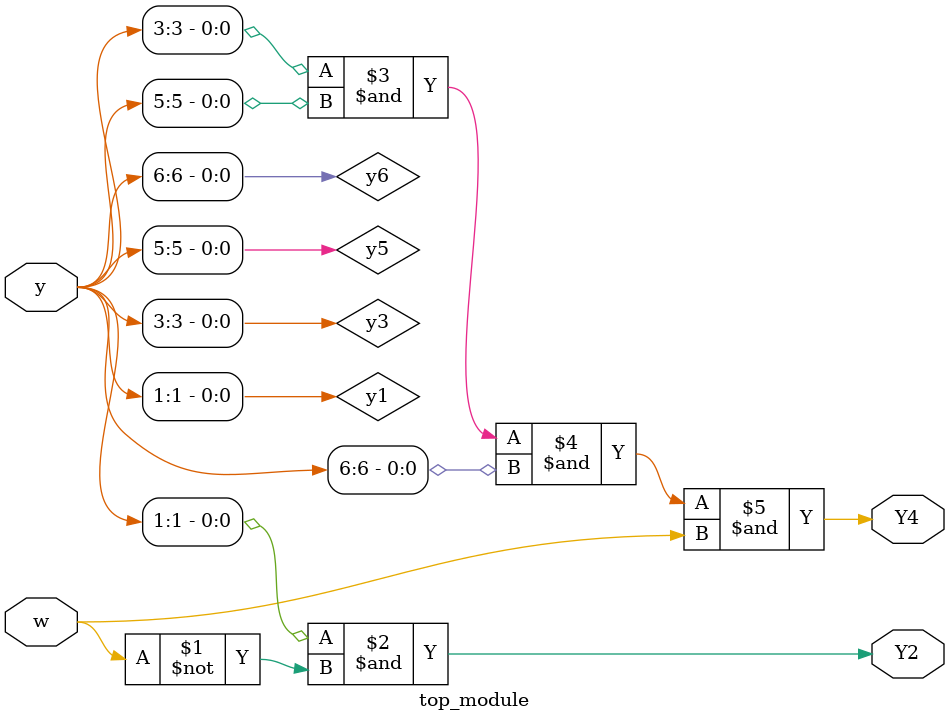
<source format=sv>
module top_module (
  input [6:1] y,
  input w,
  output Y2,
  output Y4
);
  
  wire y1;
  wire y3;
  wire y5;
  wire y6;

  assign y1 = y[1];
  assign y3 = y[3];
  assign y5 = y[5];
  assign y6 = y[6];

  assign Y2 = y1 & ~w;
  assign Y4 = y3 & y5 & y6 & w;

endmodule

</source>
